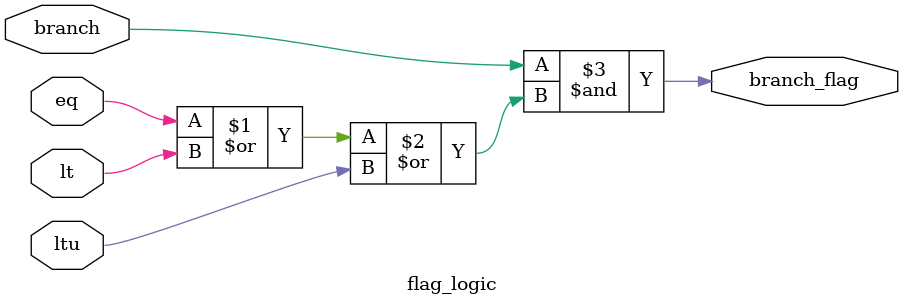
<source format=sv>
module flag_logic(
    input eq,
    input lt,
    input ltu,
    input branch,
    output branch_flag
);

assign branch_flag = branch & (eq | lt | ltu);


endmodule
</source>
